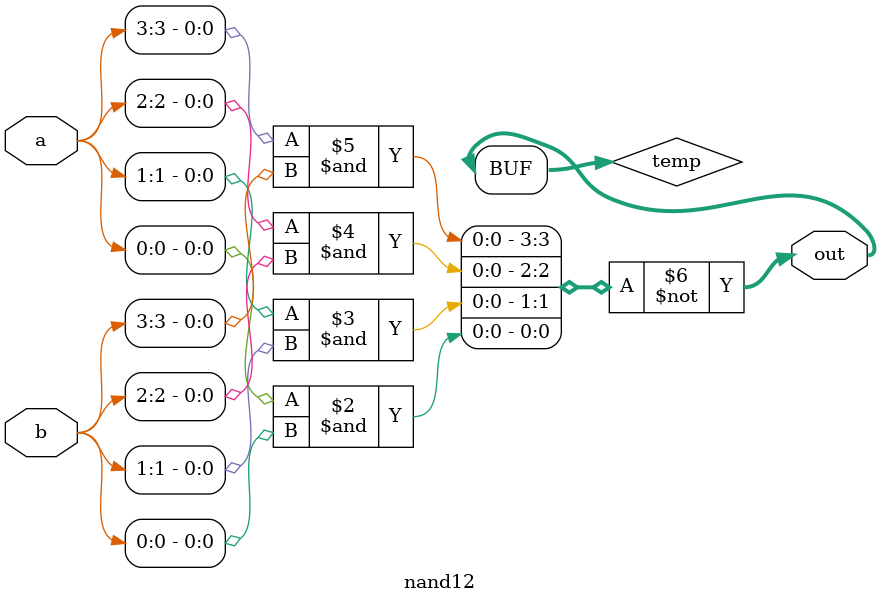
<source format=v>
module nand12 (
    input wire [3:0] a,
    input wire [3:0] b,
    output wire [3:0] out
);

    reg [3:0] temp;
    always @(*) begin
        temp = ~( {a[3] & b[3], a[2] & b[2], a[1] & b[1], a[0] & b[0]} );
    end

    assign out = temp;
endmodule
</source>
